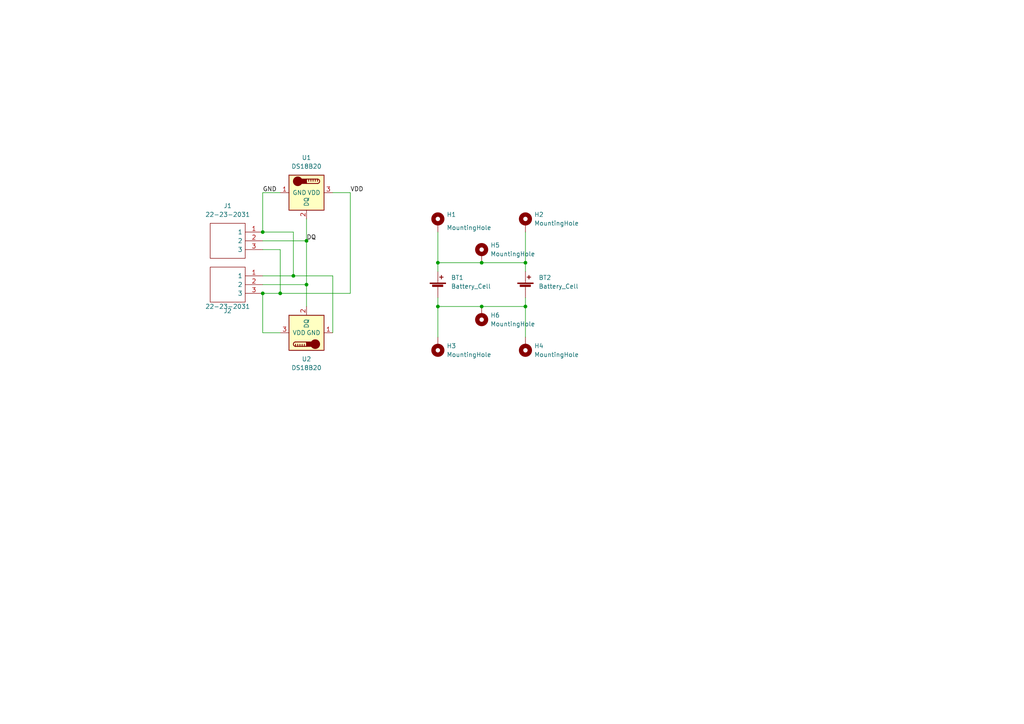
<source format=kicad_sch>
(kicad_sch (version 20211123) (generator eeschema)

  (uuid 2a8c2781-af12-45fd-8405-866f9a364829)

  (paper "A4")

  (lib_symbols
    (symbol "Device:Battery_Cell" (pin_numbers hide) (pin_names (offset 0) hide) (in_bom yes) (on_board yes)
      (property "Reference" "BT" (id 0) (at 2.54 2.54 0)
        (effects (font (size 1.27 1.27)) (justify left))
      )
      (property "Value" "Battery_Cell" (id 1) (at 2.54 0 0)
        (effects (font (size 1.27 1.27)) (justify left))
      )
      (property "Footprint" "" (id 2) (at 0 1.524 90)
        (effects (font (size 1.27 1.27)) hide)
      )
      (property "Datasheet" "~" (id 3) (at 0 1.524 90)
        (effects (font (size 1.27 1.27)) hide)
      )
      (property "ki_keywords" "battery cell" (id 4) (at 0 0 0)
        (effects (font (size 1.27 1.27)) hide)
      )
      (property "ki_description" "Single-cell battery" (id 5) (at 0 0 0)
        (effects (font (size 1.27 1.27)) hide)
      )
      (symbol "Battery_Cell_0_1"
        (rectangle (start -2.286 1.778) (end 2.286 1.524)
          (stroke (width 0) (type default) (color 0 0 0 0))
          (fill (type outline))
        )
        (rectangle (start -1.5748 1.1938) (end 1.4732 0.6858)
          (stroke (width 0) (type default) (color 0 0 0 0))
          (fill (type outline))
        )
        (polyline
          (pts
            (xy 0 0.762)
            (xy 0 0)
          )
          (stroke (width 0) (type default) (color 0 0 0 0))
          (fill (type none))
        )
        (polyline
          (pts
            (xy 0 1.778)
            (xy 0 2.54)
          )
          (stroke (width 0) (type default) (color 0 0 0 0))
          (fill (type none))
        )
        (polyline
          (pts
            (xy 0.508 3.429)
            (xy 1.524 3.429)
          )
          (stroke (width 0.254) (type default) (color 0 0 0 0))
          (fill (type none))
        )
        (polyline
          (pts
            (xy 1.016 3.937)
            (xy 1.016 2.921)
          )
          (stroke (width 0.254) (type default) (color 0 0 0 0))
          (fill (type none))
        )
      )
      (symbol "Battery_Cell_1_1"
        (pin passive line (at 0 5.08 270) (length 2.54)
          (name "+" (effects (font (size 1.27 1.27))))
          (number "1" (effects (font (size 1.27 1.27))))
        )
        (pin passive line (at 0 -2.54 90) (length 2.54)
          (name "-" (effects (font (size 1.27 1.27))))
          (number "2" (effects (font (size 1.27 1.27))))
        )
      )
    )
    (symbol "Mechanical:MountingHole_Pad" (pin_numbers hide) (pin_names (offset 1.016) hide) (in_bom yes) (on_board yes)
      (property "Reference" "H" (id 0) (at 0 6.35 0)
        (effects (font (size 1.27 1.27)))
      )
      (property "Value" "MountingHole_Pad" (id 1) (at 0 4.445 0)
        (effects (font (size 1.27 1.27)))
      )
      (property "Footprint" "" (id 2) (at 0 0 0)
        (effects (font (size 1.27 1.27)) hide)
      )
      (property "Datasheet" "~" (id 3) (at 0 0 0)
        (effects (font (size 1.27 1.27)) hide)
      )
      (property "ki_keywords" "mounting hole" (id 4) (at 0 0 0)
        (effects (font (size 1.27 1.27)) hide)
      )
      (property "ki_description" "Mounting Hole with connection" (id 5) (at 0 0 0)
        (effects (font (size 1.27 1.27)) hide)
      )
      (property "ki_fp_filters" "MountingHole*Pad*" (id 6) (at 0 0 0)
        (effects (font (size 1.27 1.27)) hide)
      )
      (symbol "MountingHole_Pad_0_1"
        (circle (center 0 1.27) (radius 1.27)
          (stroke (width 1.27) (type default) (color 0 0 0 0))
          (fill (type none))
        )
      )
      (symbol "MountingHole_Pad_1_1"
        (pin input line (at 0 -2.54 90) (length 2.54)
          (name "1" (effects (font (size 1.27 1.27))))
          (number "1" (effects (font (size 1.27 1.27))))
        )
      )
    )
    (symbol "SamacSys_Parts:22-23-2031" (pin_names (offset 0.762)) (in_bom yes) (on_board yes)
      (property "Reference" "J" (id 0) (at 16.51 7.62 0)
        (effects (font (size 1.27 1.27)) (justify left))
      )
      (property "Value" "22-23-2031" (id 1) (at 16.51 5.08 0)
        (effects (font (size 1.27 1.27)) (justify left))
      )
      (property "Footprint" "SHDR3W82P0X254_1X3_747X635X818P" (id 2) (at 16.51 2.54 0)
        (effects (font (size 1.27 1.27)) (justify left) hide)
      )
      (property "Datasheet" "http://www.molex.com/webdocs/datasheets/pdf/en-us//0022232031_PCB_HEADERS.pdf" (id 3) (at 16.51 0 0)
        (effects (font (size 1.27 1.27)) (justify left) hide)
      )
      (property "Description" "2.54mm,header,KK,vert,Sn,frictn lock,3w Molex KK 254 Series, Series Number 6373, 2.54mm Pitch 3 Way 1 Row Straight PCB Header, Through Hole, Solder Termination" (id 4) (at 16.51 -2.54 0)
        (effects (font (size 1.27 1.27)) (justify left) hide)
      )
      (property "Height" "8.18" (id 5) (at 16.51 -5.08 0)
        (effects (font (size 1.27 1.27)) (justify left) hide)
      )
      (property "Manufacturer_Name" "Molex" (id 6) (at 16.51 -7.62 0)
        (effects (font (size 1.27 1.27)) (justify left) hide)
      )
      (property "Manufacturer_Part_Number" "22-23-2031" (id 7) (at 16.51 -10.16 0)
        (effects (font (size 1.27 1.27)) (justify left) hide)
      )
      (property "Mouser Part Number" "538-22-23-2031" (id 8) (at 16.51 -12.7 0)
        (effects (font (size 1.27 1.27)) (justify left) hide)
      )
      (property "Mouser Price/Stock" "https://www.mouser.co.uk/ProductDetail/Molex/22-23-2031?qs=ILqg114nvd41XyIAFDpXfw%3D%3D" (id 9) (at 16.51 -15.24 0)
        (effects (font (size 1.27 1.27)) (justify left) hide)
      )
      (property "Arrow Part Number" "" (id 10) (at 16.51 -17.78 0)
        (effects (font (size 1.27 1.27)) (justify left) hide)
      )
      (property "Arrow Price/Stock" "" (id 11) (at 16.51 -20.32 0)
        (effects (font (size 1.27 1.27)) (justify left) hide)
      )
      (property "Mouser Testing Part Number" "" (id 12) (at 16.51 -22.86 0)
        (effects (font (size 1.27 1.27)) (justify left) hide)
      )
      (property "Mouser Testing Price/Stock" "" (id 13) (at 16.51 -25.4 0)
        (effects (font (size 1.27 1.27)) (justify left) hide)
      )
      (property "ki_description" "2.54mm,header,KK,vert,Sn,frictn lock,3w Molex KK 254 Series, Series Number 6373, 2.54mm Pitch 3 Way 1 Row Straight PCB Header, Through Hole, Solder Termination" (id 14) (at 0 0 0)
        (effects (font (size 1.27 1.27)) hide)
      )
      (symbol "22-23-2031_0_0"
        (pin passive line (at 0 0 0) (length 5.08)
          (name "1" (effects (font (size 1.27 1.27))))
          (number "1" (effects (font (size 1.27 1.27))))
        )
        (pin passive line (at 0 -2.54 0) (length 5.08)
          (name "2" (effects (font (size 1.27 1.27))))
          (number "2" (effects (font (size 1.27 1.27))))
        )
        (pin passive line (at 0 -5.08 0) (length 5.08)
          (name "3" (effects (font (size 1.27 1.27))))
          (number "3" (effects (font (size 1.27 1.27))))
        )
      )
      (symbol "22-23-2031_0_1"
        (polyline
          (pts
            (xy 5.08 2.54)
            (xy 15.24 2.54)
            (xy 15.24 -7.62)
            (xy 5.08 -7.62)
            (xy 5.08 2.54)
          )
          (stroke (width 0.1524) (type default) (color 0 0 0 0))
          (fill (type none))
        )
      )
    )
    (symbol "Sensor_Temperature:DS18B20" (pin_names (offset 1.016)) (in_bom yes) (on_board yes)
      (property "Reference" "U" (id 0) (at -3.81 6.35 0)
        (effects (font (size 1.27 1.27)))
      )
      (property "Value" "DS18B20" (id 1) (at 6.35 6.35 0)
        (effects (font (size 1.27 1.27)))
      )
      (property "Footprint" "Package_TO_SOT_THT:TO-92_Inline" (id 2) (at -25.4 -6.35 0)
        (effects (font (size 1.27 1.27)) hide)
      )
      (property "Datasheet" "http://datasheets.maximintegrated.com/en/ds/DS18B20.pdf" (id 3) (at -3.81 6.35 0)
        (effects (font (size 1.27 1.27)) hide)
      )
      (property "ki_keywords" "OneWire 1Wire Dallas Maxim" (id 4) (at 0 0 0)
        (effects (font (size 1.27 1.27)) hide)
      )
      (property "ki_description" "Programmable Resolution 1-Wire Digital Thermometer TO-92" (id 5) (at 0 0 0)
        (effects (font (size 1.27 1.27)) hide)
      )
      (property "ki_fp_filters" "TO*92*" (id 6) (at 0 0 0)
        (effects (font (size 1.27 1.27)) hide)
      )
      (symbol "DS18B20_0_1"
        (rectangle (start -5.08 5.08) (end 5.08 -5.08)
          (stroke (width 0.254) (type default) (color 0 0 0 0))
          (fill (type background))
        )
        (circle (center -3.302 -2.54) (radius 1.27)
          (stroke (width 0.254) (type default) (color 0 0 0 0))
          (fill (type outline))
        )
        (rectangle (start -2.667 -1.905) (end -3.937 0)
          (stroke (width 0.254) (type default) (color 0 0 0 0))
          (fill (type outline))
        )
        (arc (start -2.667 3.175) (mid -3.302 3.81) (end -3.937 3.175)
          (stroke (width 0.254) (type default) (color 0 0 0 0))
          (fill (type none))
        )
        (polyline
          (pts
            (xy -3.937 0.635)
            (xy -3.302 0.635)
          )
          (stroke (width 0.254) (type default) (color 0 0 0 0))
          (fill (type none))
        )
        (polyline
          (pts
            (xy -3.937 1.27)
            (xy -3.302 1.27)
          )
          (stroke (width 0.254) (type default) (color 0 0 0 0))
          (fill (type none))
        )
        (polyline
          (pts
            (xy -3.937 1.905)
            (xy -3.302 1.905)
          )
          (stroke (width 0.254) (type default) (color 0 0 0 0))
          (fill (type none))
        )
        (polyline
          (pts
            (xy -3.937 2.54)
            (xy -3.302 2.54)
          )
          (stroke (width 0.254) (type default) (color 0 0 0 0))
          (fill (type none))
        )
        (polyline
          (pts
            (xy -3.937 3.175)
            (xy -3.937 0)
          )
          (stroke (width 0.254) (type default) (color 0 0 0 0))
          (fill (type none))
        )
        (polyline
          (pts
            (xy -3.937 3.175)
            (xy -3.302 3.175)
          )
          (stroke (width 0.254) (type default) (color 0 0 0 0))
          (fill (type none))
        )
        (polyline
          (pts
            (xy -2.667 3.175)
            (xy -2.667 0)
          )
          (stroke (width 0.254) (type default) (color 0 0 0 0))
          (fill (type none))
        )
      )
      (symbol "DS18B20_1_1"
        (pin power_in line (at 0 -7.62 90) (length 2.54)
          (name "GND" (effects (font (size 1.27 1.27))))
          (number "1" (effects (font (size 1.27 1.27))))
        )
        (pin bidirectional line (at 7.62 0 180) (length 2.54)
          (name "DQ" (effects (font (size 1.27 1.27))))
          (number "2" (effects (font (size 1.27 1.27))))
        )
        (pin power_in line (at 0 7.62 270) (length 2.54)
          (name "VDD" (effects (font (size 1.27 1.27))))
          (number "3" (effects (font (size 1.27 1.27))))
        )
      )
    )
  )

  (junction (at 88.9 82.55) (diameter 0) (color 0 0 0 0)
    (uuid 05a6303d-a9dc-4314-8ec6-4be5c4157606)
  )
  (junction (at 76.2 67.31) (diameter 0) (color 0 0 0 0)
    (uuid 12356a9c-f2ed-4b3e-bcdc-0c787da3da93)
  )
  (junction (at 81.28 85.09) (diameter 0) (color 0 0 0 0)
    (uuid 79fc17e4-da0d-46e6-a224-e838547207bb)
  )
  (junction (at 152.4 76.2) (diameter 0) (color 0 0 0 0)
    (uuid 856c4d6f-f991-400d-9aaa-085553f2a09b)
  )
  (junction (at 76.2 85.09) (diameter 0) (color 0 0 0 0)
    (uuid ac6b9fd0-b1ca-4010-ad53-ac1cbe9c16c7)
  )
  (junction (at 85.09 80.01) (diameter 0) (color 0 0 0 0)
    (uuid b18571b1-a720-4b1b-b5f1-4941e4c84a17)
  )
  (junction (at 139.7 88.9) (diameter 0) (color 0 0 0 0)
    (uuid c2721fc8-0356-45da-bf51-7e32c675eb40)
  )
  (junction (at 88.9 69.85) (diameter 0) (color 0 0 0 0)
    (uuid cad18b14-2ec5-45f5-9e60-74a0f0822785)
  )
  (junction (at 152.4 88.9) (diameter 0) (color 0 0 0 0)
    (uuid dc9c8b81-ab8f-41af-85cf-ac0c1fd06ef9)
  )
  (junction (at 127 88.9) (diameter 0) (color 0 0 0 0)
    (uuid e45ed4a1-a071-4a3c-9b0e-2931c32d84e8)
  )
  (junction (at 139.7 76.2) (diameter 0) (color 0 0 0 0)
    (uuid ef927c1c-5335-46e7-bfbd-8943fb1ae77d)
  )
  (junction (at 127 76.2) (diameter 0) (color 0 0 0 0)
    (uuid fef5b772-e006-4495-abee-51cfda411142)
  )

  (wire (pts (xy 81.28 96.52) (xy 76.2 96.52))
    (stroke (width 0) (type default) (color 0 0 0 0))
    (uuid 026e35d3-b423-4256-8204-a187124d4c04)
  )
  (wire (pts (xy 88.9 69.85) (xy 88.9 82.55))
    (stroke (width 0) (type default) (color 0 0 0 0))
    (uuid 0c475710-16e4-4431-8bc9-8afb72410528)
  )
  (wire (pts (xy 85.09 80.01) (xy 85.09 67.31))
    (stroke (width 0) (type default) (color 0 0 0 0))
    (uuid 18550656-c123-4236-816b-acfa7b262076)
  )
  (wire (pts (xy 127 76.2) (xy 139.7 76.2))
    (stroke (width 0) (type default) (color 0 0 0 0))
    (uuid 33aeeb0a-6956-4c51-a631-40311d17de1e)
  )
  (wire (pts (xy 81.28 55.88) (xy 76.2 55.88))
    (stroke (width 0) (type default) (color 0 0 0 0))
    (uuid 39b53597-8d7a-41a9-9ea2-c48c2d7975dd)
  )
  (wire (pts (xy 76.2 69.85) (xy 88.9 69.85))
    (stroke (width 0) (type default) (color 0 0 0 0))
    (uuid 39ce940f-ef5d-4d28-ad9f-1710bf56cd5c)
  )
  (wire (pts (xy 139.7 76.2) (xy 152.4 76.2))
    (stroke (width 0) (type default) (color 0 0 0 0))
    (uuid 3cf56ede-3cd1-47b5-875d-36a1720b775a)
  )
  (wire (pts (xy 85.09 80.01) (xy 96.52 80.01))
    (stroke (width 0) (type default) (color 0 0 0 0))
    (uuid 4743af6a-7cb8-407c-b52a-2f9b2ca37dcb)
  )
  (wire (pts (xy 85.09 67.31) (xy 76.2 67.31))
    (stroke (width 0) (type default) (color 0 0 0 0))
    (uuid 54394132-577b-4d3a-92f7-1d71d31eb48b)
  )
  (wire (pts (xy 76.2 96.52) (xy 76.2 85.09))
    (stroke (width 0) (type default) (color 0 0 0 0))
    (uuid 56bf761d-80f1-4864-9485-64005d16e144)
  )
  (wire (pts (xy 81.28 85.09) (xy 76.2 85.09))
    (stroke (width 0) (type default) (color 0 0 0 0))
    (uuid 5b0d7eda-5a89-4954-b115-c1b82513f602)
  )
  (wire (pts (xy 101.6 85.09) (xy 81.28 85.09))
    (stroke (width 0) (type default) (color 0 0 0 0))
    (uuid 63cd8cf2-ac1e-4eb3-85bb-a93ba72f5ae0)
  )
  (wire (pts (xy 152.4 67.31) (xy 152.4 76.2))
    (stroke (width 0) (type default) (color 0 0 0 0))
    (uuid 67536742-12b0-4b40-afab-bc6a267c1537)
  )
  (wire (pts (xy 101.6 55.88) (xy 101.6 85.09))
    (stroke (width 0) (type default) (color 0 0 0 0))
    (uuid 686fc0aa-b044-43d0-bbff-189efd6d00f8)
  )
  (wire (pts (xy 96.52 55.88) (xy 101.6 55.88))
    (stroke (width 0) (type default) (color 0 0 0 0))
    (uuid 6b9d32e8-0f90-41e5-85cb-6c7f19b33e72)
  )
  (wire (pts (xy 139.7 88.9) (xy 127 88.9))
    (stroke (width 0) (type default) (color 0 0 0 0))
    (uuid 74cc2e3a-2fb9-485a-9d04-97ea5f921513)
  )
  (wire (pts (xy 96.52 80.01) (xy 96.52 96.52))
    (stroke (width 0) (type default) (color 0 0 0 0))
    (uuid 7983754b-85db-43f9-b6a7-c5af0d1954f8)
  )
  (wire (pts (xy 127 88.9) (xy 127 97.79))
    (stroke (width 0) (type default) (color 0 0 0 0))
    (uuid 84711323-23c5-4e55-a877-fb3ca640cfe0)
  )
  (wire (pts (xy 127 86.36) (xy 127 88.9))
    (stroke (width 0) (type default) (color 0 0 0 0))
    (uuid 93b2cd2f-1168-4dd9-96fc-5f69f059c38e)
  )
  (wire (pts (xy 76.2 55.88) (xy 76.2 67.31))
    (stroke (width 0) (type default) (color 0 0 0 0))
    (uuid a171adb1-011f-4fc7-835b-683a57421748)
  )
  (wire (pts (xy 152.4 76.2) (xy 152.4 78.74))
    (stroke (width 0) (type default) (color 0 0 0 0))
    (uuid ad7982d3-c673-4382-92a7-c477dcb8644b)
  )
  (wire (pts (xy 88.9 63.5) (xy 88.9 69.85))
    (stroke (width 0) (type default) (color 0 0 0 0))
    (uuid bab9ed59-cc78-47f6-a623-b6dd095ee5f7)
  )
  (wire (pts (xy 127 78.74) (xy 127 76.2))
    (stroke (width 0) (type default) (color 0 0 0 0))
    (uuid c3ba7e26-16a3-4e5e-9b9b-284a5268b1d8)
  )
  (wire (pts (xy 127 67.31) (xy 127 76.2))
    (stroke (width 0) (type default) (color 0 0 0 0))
    (uuid cb7e7b5d-d5fd-4831-9ec5-cc6ae852a0d7)
  )
  (wire (pts (xy 88.9 82.55) (xy 88.9 88.9))
    (stroke (width 0) (type default) (color 0 0 0 0))
    (uuid cc9d3d81-3221-4e65-a899-0d3b5d95700d)
  )
  (wire (pts (xy 76.2 72.39) (xy 81.28 72.39))
    (stroke (width 0) (type default) (color 0 0 0 0))
    (uuid ccdfe078-030e-495b-bc45-5d0225b1b6f7)
  )
  (wire (pts (xy 152.4 88.9) (xy 139.7 88.9))
    (stroke (width 0) (type default) (color 0 0 0 0))
    (uuid d044566f-5a50-40c5-ada7-e5b9a6d8f83f)
  )
  (wire (pts (xy 76.2 80.01) (xy 85.09 80.01))
    (stroke (width 0) (type default) (color 0 0 0 0))
    (uuid d359b500-244e-48aa-a1be-212ef3bfe6ef)
  )
  (wire (pts (xy 152.4 86.36) (xy 152.4 88.9))
    (stroke (width 0) (type default) (color 0 0 0 0))
    (uuid e84f76e6-1fa3-44d1-853c-516cf4e6e344)
  )
  (wire (pts (xy 81.28 72.39) (xy 81.28 85.09))
    (stroke (width 0) (type default) (color 0 0 0 0))
    (uuid fca983a5-1d86-431d-ab81-d9470946e39f)
  )
  (wire (pts (xy 76.2 82.55) (xy 88.9 82.55))
    (stroke (width 0) (type default) (color 0 0 0 0))
    (uuid fcba713d-a355-470b-9494-97771178f244)
  )
  (wire (pts (xy 152.4 88.9) (xy 152.4 97.79))
    (stroke (width 0) (type default) (color 0 0 0 0))
    (uuid fe54f9d1-9000-4c5a-8a86-866858e4949a)
  )

  (label "VDD" (at 101.6 55.88 0)
    (effects (font (size 1.27 1.27)) (justify left bottom))
    (uuid 74065948-2ce9-4058-85ed-a99ba004b091)
  )
  (label "DQ" (at 88.9 69.85 0)
    (effects (font (size 1.27 1.27)) (justify left bottom))
    (uuid c544a04d-3b13-4276-889a-8d76cccffe39)
  )
  (label "GND" (at 76.2 55.88 0)
    (effects (font (size 1.27 1.27)) (justify left bottom))
    (uuid e5674895-f979-45a5-b3ed-1df9f11e7e5c)
  )

  (symbol (lib_id "Device:Battery_Cell") (at 152.4 83.82 0) (unit 1)
    (in_bom yes) (on_board yes) (fields_autoplaced)
    (uuid 235837be-612a-42de-a6b3-b98ab38361c5)
    (property "Reference" "BT2" (id 0) (at 156.21 80.5179 0)
      (effects (font (size 1.27 1.27)) (justify left))
    )
    (property "Value" "Battery_Cell" (id 1) (at 156.21 83.0579 0)
      (effects (font (size 1.27 1.27)) (justify left))
    )
    (property "Footprint" "ElSpaghsionne:ElBatterinoMounterino" (id 2) (at 152.4 82.296 90)
      (effects (font (size 1.27 1.27)) hide)
    )
    (property "Datasheet" "~" (id 3) (at 152.4 82.296 90)
      (effects (font (size 1.27 1.27)) hide)
    )
    (pin "1" (uuid f59a226f-1ff5-4a20-9f90-9d1384ba4488))
    (pin "2" (uuid 4999f5b7-3ab8-4db6-bf60-7e9afdeae57e))
  )

  (symbol (lib_id "Sensor_Temperature:DS18B20") (at 88.9 96.52 90) (unit 1)
    (in_bom yes) (on_board yes) (fields_autoplaced)
    (uuid 63088391-f556-442c-9606-977f47f04d3d)
    (property "Reference" "U2" (id 0) (at 88.9 104.14 90))
    (property "Value" "DS18B20" (id 1) (at 88.9 106.68 90))
    (property "Footprint" "Package_TO_SOT_THT:TO-92_Inline" (id 2) (at 95.25 121.92 0)
      (effects (font (size 1.27 1.27)) hide)
    )
    (property "Datasheet" "http://datasheets.maximintegrated.com/en/ds/DS18B20.pdf" (id 3) (at 82.55 100.33 0)
      (effects (font (size 1.27 1.27)) hide)
    )
    (pin "1" (uuid f6f81036-0834-448e-b720-8cfac99c0222))
    (pin "2" (uuid 471a2901-470b-4c46-af60-fc79fdb112a0))
    (pin "3" (uuid ae1ee282-788e-4dc2-8a0c-cbb4f3aa836b))
  )

  (symbol (lib_id "Mechanical:MountingHole_Pad") (at 139.7 73.66 0) (unit 1)
    (in_bom yes) (on_board yes) (fields_autoplaced)
    (uuid 660a787f-c9dc-4786-88ba-9a8c39510a80)
    (property "Reference" "H5" (id 0) (at 142.24 71.1199 0)
      (effects (font (size 1.27 1.27)) (justify left))
    )
    (property "Value" "MountingHole" (id 1) (at 142.24 73.6599 0)
      (effects (font (size 1.27 1.27)) (justify left))
    )
    (property "Footprint" "ElSpaghsionne:Long Long Pad" (id 2) (at 139.7 73.66 0)
      (effects (font (size 1.27 1.27)) hide)
    )
    (property "Datasheet" "~" (id 3) (at 139.7 73.66 0)
      (effects (font (size 1.27 1.27)) hide)
    )
    (pin "1" (uuid eba329b4-1809-4a71-8a11-6f78647ffb0f))
  )

  (symbol (lib_id "Sensor_Temperature:DS18B20") (at 88.9 55.88 270) (unit 1)
    (in_bom yes) (on_board yes) (fields_autoplaced)
    (uuid 683c6278-71ad-42cd-a7ba-c28339f8f7c9)
    (property "Reference" "U1" (id 0) (at 88.9 45.72 90))
    (property "Value" "DS18B20" (id 1) (at 88.9 48.26 90))
    (property "Footprint" "Package_TO_SOT_THT:TO-92_Inline" (id 2) (at 82.55 30.48 0)
      (effects (font (size 1.27 1.27)) hide)
    )
    (property "Datasheet" "http://datasheets.maximintegrated.com/en/ds/DS18B20.pdf" (id 3) (at 95.25 52.07 0)
      (effects (font (size 1.27 1.27)) hide)
    )
    (pin "1" (uuid 60b1aaef-e62e-455c-a25a-060912913278))
    (pin "2" (uuid 939ab4ca-16a0-4928-8ef2-baf8d554eb62))
    (pin "3" (uuid db04b9f7-8392-4be8-b139-c65ee653627f))
  )

  (symbol (lib_id "SamacSys_Parts:22-23-2031") (at 76.2 67.31 0) (mirror y) (unit 1)
    (in_bom yes) (on_board yes) (fields_autoplaced)
    (uuid 6f63884f-d60e-4bff-9ab1-80141f67373e)
    (property "Reference" "J1" (id 0) (at 66.04 59.69 0))
    (property "Value" "22-23-2031" (id 1) (at 66.04 62.23 0))
    (property "Footprint" "SamacSys_Parts:SHDR3W82P0X254_1X3_747X635X818P" (id 2) (at 59.69 64.77 0)
      (effects (font (size 1.27 1.27)) (justify left) hide)
    )
    (property "Datasheet" "http://www.molex.com/webdocs/datasheets/pdf/en-us//0022232031_PCB_HEADERS.pdf" (id 3) (at 59.69 67.31 0)
      (effects (font (size 1.27 1.27)) (justify left) hide)
    )
    (property "Description" "2.54mm,header,KK,vert,Sn,frictn lock,3w Molex KK 254 Series, Series Number 6373, 2.54mm Pitch 3 Way 1 Row Straight PCB Header, Through Hole, Solder Termination" (id 4) (at 59.69 69.85 0)
      (effects (font (size 1.27 1.27)) (justify left) hide)
    )
    (property "Height" "8.18" (id 5) (at 59.69 72.39 0)
      (effects (font (size 1.27 1.27)) (justify left) hide)
    )
    (property "Manufacturer_Name" "Molex" (id 6) (at 59.69 74.93 0)
      (effects (font (size 1.27 1.27)) (justify left) hide)
    )
    (property "Manufacturer_Part_Number" "22-23-2031" (id 7) (at 59.69 77.47 0)
      (effects (font (size 1.27 1.27)) (justify left) hide)
    )
    (property "Mouser Part Number" "538-22-23-2031" (id 8) (at 59.69 80.01 0)
      (effects (font (size 1.27 1.27)) (justify left) hide)
    )
    (property "Mouser Price/Stock" "https://www.mouser.co.uk/ProductDetail/Molex/22-23-2031?qs=ILqg114nvd41XyIAFDpXfw%3D%3D" (id 9) (at 59.69 82.55 0)
      (effects (font (size 1.27 1.27)) (justify left) hide)
    )
    (property "Arrow Part Number" "" (id 10) (at 59.69 85.09 0)
      (effects (font (size 1.27 1.27)) (justify left) hide)
    )
    (property "Arrow Price/Stock" "" (id 11) (at 59.69 87.63 0)
      (effects (font (size 1.27 1.27)) (justify left) hide)
    )
    (property "Mouser Testing Part Number" "" (id 12) (at 59.69 90.17 0)
      (effects (font (size 1.27 1.27)) (justify left) hide)
    )
    (property "Mouser Testing Price/Stock" "" (id 13) (at 59.69 92.71 0)
      (effects (font (size 1.27 1.27)) (justify left) hide)
    )
    (pin "1" (uuid 01913c45-d15a-40b0-94d2-440c2bfd506d))
    (pin "2" (uuid 00849b17-3697-456e-9880-b8e97b2ddf62))
    (pin "3" (uuid dc79fe73-f500-4204-8509-040c00507c0e))
  )

  (symbol (lib_id "Mechanical:MountingHole_Pad") (at 139.7 91.44 180) (unit 1)
    (in_bom yes) (on_board yes) (fields_autoplaced)
    (uuid 7fa622fe-ec4d-4a6f-ada4-249f60ab62ea)
    (property "Reference" "H6" (id 0) (at 142.24 91.4399 0)
      (effects (font (size 1.27 1.27)) (justify right))
    )
    (property "Value" "MountingHole" (id 1) (at 142.24 93.9799 0)
      (effects (font (size 1.27 1.27)) (justify right))
    )
    (property "Footprint" "ElSpaghsionne:Long Long Pad" (id 2) (at 139.7 91.44 0)
      (effects (font (size 1.27 1.27)) hide)
    )
    (property "Datasheet" "~" (id 3) (at 139.7 91.44 0)
      (effects (font (size 1.27 1.27)) hide)
    )
    (pin "1" (uuid 8524e34b-2580-4059-8718-1bdbdd3d5f81))
  )

  (symbol (lib_id "SamacSys_Parts:22-23-2031") (at 76.2 80.01 0) (mirror y) (unit 1)
    (in_bom yes) (on_board yes)
    (uuid 8388100b-526c-4237-bc53-9f5e5bd8e386)
    (property "Reference" "J2" (id 0) (at 66.04 90.17 0))
    (property "Value" "22-23-2031" (id 1) (at 66.04 88.9 0))
    (property "Footprint" "SamacSys_Parts:SHDR3W82P0X254_1X3_747X635X818P" (id 2) (at 59.69 77.47 0)
      (effects (font (size 1.27 1.27)) (justify left) hide)
    )
    (property "Datasheet" "http://www.molex.com/webdocs/datasheets/pdf/en-us//0022232031_PCB_HEADERS.pdf" (id 3) (at 59.69 80.01 0)
      (effects (font (size 1.27 1.27)) (justify left) hide)
    )
    (property "Description" "2.54mm,header,KK,vert,Sn,frictn lock,3w Molex KK 254 Series, Series Number 6373, 2.54mm Pitch 3 Way 1 Row Straight PCB Header, Through Hole, Solder Termination" (id 4) (at 59.69 82.55 0)
      (effects (font (size 1.27 1.27)) (justify left) hide)
    )
    (property "Height" "8.18" (id 5) (at 59.69 85.09 0)
      (effects (font (size 1.27 1.27)) (justify left) hide)
    )
    (property "Manufacturer_Name" "Molex" (id 6) (at 59.69 87.63 0)
      (effects (font (size 1.27 1.27)) (justify left) hide)
    )
    (property "Manufacturer_Part_Number" "22-23-2031" (id 7) (at 59.69 90.17 0)
      (effects (font (size 1.27 1.27)) (justify left) hide)
    )
    (property "Mouser Part Number" "538-22-23-2031" (id 8) (at 59.69 92.71 0)
      (effects (font (size 1.27 1.27)) (justify left) hide)
    )
    (property "Mouser Price/Stock" "https://www.mouser.co.uk/ProductDetail/Molex/22-23-2031?qs=ILqg114nvd41XyIAFDpXfw%3D%3D" (id 9) (at 59.69 95.25 0)
      (effects (font (size 1.27 1.27)) (justify left) hide)
    )
    (property "Arrow Part Number" "" (id 10) (at 59.69 97.79 0)
      (effects (font (size 1.27 1.27)) (justify left) hide)
    )
    (property "Arrow Price/Stock" "" (id 11) (at 59.69 100.33 0)
      (effects (font (size 1.27 1.27)) (justify left) hide)
    )
    (property "Mouser Testing Part Number" "" (id 12) (at 59.69 102.87 0)
      (effects (font (size 1.27 1.27)) (justify left) hide)
    )
    (property "Mouser Testing Price/Stock" "" (id 13) (at 59.69 105.41 0)
      (effects (font (size 1.27 1.27)) (justify left) hide)
    )
    (pin "1" (uuid f56dc4cc-9a16-462d-a479-e6e408ca1144))
    (pin "2" (uuid 84ca6d59-5dcf-473d-97dd-b259545e35f6))
    (pin "3" (uuid 90e43a61-f383-4506-8465-ad8f6b4464f2))
  )

  (symbol (lib_id "Mechanical:MountingHole_Pad") (at 152.4 64.77 0) (unit 1)
    (in_bom yes) (on_board yes) (fields_autoplaced)
    (uuid 86a3841b-95c4-4eb0-a242-d6e461fe4ce5)
    (property "Reference" "H2" (id 0) (at 154.94 62.2299 0)
      (effects (font (size 1.27 1.27)) (justify left))
    )
    (property "Value" "MountingHole" (id 1) (at 154.94 64.7699 0)
      (effects (font (size 1.27 1.27)) (justify left))
    )
    (property "Footprint" "MountingHole:MountingHole_3.2mm_M3_Pad_TopOnly" (id 2) (at 152.4 64.77 0)
      (effects (font (size 1.27 1.27)) hide)
    )
    (property "Datasheet" "~" (id 3) (at 152.4 64.77 0)
      (effects (font (size 1.27 1.27)) hide)
    )
    (pin "1" (uuid da7a13d1-7458-4ac5-8be3-15b9e05b92a9))
  )

  (symbol (lib_id "Mechanical:MountingHole_Pad") (at 127 64.77 0) (unit 1)
    (in_bom yes) (on_board yes)
    (uuid 93e08d28-0e09-4236-88c7-3cdfaaeee193)
    (property "Reference" "H1" (id 0) (at 129.54 62.2299 0)
      (effects (font (size 1.27 1.27)) (justify left))
    )
    (property "Value" "MountingHole" (id 1) (at 129.54 66.0399 0)
      (effects (font (size 1.27 1.27)) (justify left))
    )
    (property "Footprint" "MountingHole:MountingHole_3.2mm_M3_Pad_TopOnly" (id 2) (at 127 64.77 0)
      (effects (font (size 1.27 1.27)) hide)
    )
    (property "Datasheet" "~" (id 3) (at 127 64.77 0)
      (effects (font (size 1.27 1.27)) hide)
    )
    (pin "1" (uuid 4850d104-441d-49db-a965-df5cb582e940))
  )

  (symbol (lib_id "Mechanical:MountingHole_Pad") (at 127 100.33 180) (unit 1)
    (in_bom yes) (on_board yes) (fields_autoplaced)
    (uuid a1ada7f2-9946-42ad-8df6-1ad9785e41f2)
    (property "Reference" "H3" (id 0) (at 129.54 100.3299 0)
      (effects (font (size 1.27 1.27)) (justify right))
    )
    (property "Value" "MountingHole" (id 1) (at 129.54 102.8699 0)
      (effects (font (size 1.27 1.27)) (justify right))
    )
    (property "Footprint" "MountingHole:MountingHole_3.2mm_M3_Pad_TopOnly" (id 2) (at 127 100.33 0)
      (effects (font (size 1.27 1.27)) hide)
    )
    (property "Datasheet" "~" (id 3) (at 127 100.33 0)
      (effects (font (size 1.27 1.27)) hide)
    )
    (pin "1" (uuid 57288b29-a45f-4073-b6ba-e37f070b442a))
  )

  (symbol (lib_id "Device:Battery_Cell") (at 127 83.82 0) (unit 1)
    (in_bom yes) (on_board yes) (fields_autoplaced)
    (uuid a686ebcc-042e-44cf-88e0-4ba5ea006f84)
    (property "Reference" "BT1" (id 0) (at 130.81 80.5179 0)
      (effects (font (size 1.27 1.27)) (justify left))
    )
    (property "Value" "Battery_Cell" (id 1) (at 130.81 83.0579 0)
      (effects (font (size 1.27 1.27)) (justify left))
    )
    (property "Footprint" "ElSpaghsionne:ElBatterinoMounterino" (id 2) (at 127 82.296 90)
      (effects (font (size 1.27 1.27)) hide)
    )
    (property "Datasheet" "~" (id 3) (at 127 82.296 90)
      (effects (font (size 1.27 1.27)) hide)
    )
    (pin "1" (uuid 0c8c2c28-f164-4b46-a3d2-8de2e52689cf))
    (pin "2" (uuid c75de37b-400e-4747-8d24-c657e3729f3f))
  )

  (symbol (lib_id "Mechanical:MountingHole_Pad") (at 152.4 100.33 180) (unit 1)
    (in_bom yes) (on_board yes) (fields_autoplaced)
    (uuid d4711af4-bb2b-42b4-89d3-c61a1703b9c3)
    (property "Reference" "H4" (id 0) (at 154.94 100.3299 0)
      (effects (font (size 1.27 1.27)) (justify right))
    )
    (property "Value" "MountingHole" (id 1) (at 154.94 102.8699 0)
      (effects (font (size 1.27 1.27)) (justify right))
    )
    (property "Footprint" "MountingHole:MountingHole_3.2mm_M3_Pad_TopOnly" (id 2) (at 152.4 100.33 0)
      (effects (font (size 1.27 1.27)) hide)
    )
    (property "Datasheet" "~" (id 3) (at 152.4 100.33 0)
      (effects (font (size 1.27 1.27)) hide)
    )
    (pin "1" (uuid a501fbce-9f71-4477-af13-6cf3c9e182d1))
  )

  (sheet_instances
    (path "/" (page "1"))
  )

  (symbol_instances
    (path "/a686ebcc-042e-44cf-88e0-4ba5ea006f84"
      (reference "BT1") (unit 1) (value "Battery_Cell") (footprint "ElSpaghsionne:ElBatterinoMounterino")
    )
    (path "/235837be-612a-42de-a6b3-b98ab38361c5"
      (reference "BT2") (unit 1) (value "Battery_Cell") (footprint "ElSpaghsionne:ElBatterinoMounterino")
    )
    (path "/93e08d28-0e09-4236-88c7-3cdfaaeee193"
      (reference "H1") (unit 1) (value "MountingHole") (footprint "MountingHole:MountingHole_3.2mm_M3_Pad_TopOnly")
    )
    (path "/86a3841b-95c4-4eb0-a242-d6e461fe4ce5"
      (reference "H2") (unit 1) (value "MountingHole") (footprint "MountingHole:MountingHole_3.2mm_M3_Pad_TopOnly")
    )
    (path "/a1ada7f2-9946-42ad-8df6-1ad9785e41f2"
      (reference "H3") (unit 1) (value "MountingHole") (footprint "MountingHole:MountingHole_3.2mm_M3_Pad_TopOnly")
    )
    (path "/d4711af4-bb2b-42b4-89d3-c61a1703b9c3"
      (reference "H4") (unit 1) (value "MountingHole") (footprint "MountingHole:MountingHole_3.2mm_M3_Pad_TopOnly")
    )
    (path "/660a787f-c9dc-4786-88ba-9a8c39510a80"
      (reference "H5") (unit 1) (value "MountingHole") (footprint "ElSpaghsionne:Long Long Pad")
    )
    (path "/7fa622fe-ec4d-4a6f-ada4-249f60ab62ea"
      (reference "H6") (unit 1) (value "MountingHole") (footprint "ElSpaghsionne:Long Long Pad")
    )
    (path "/6f63884f-d60e-4bff-9ab1-80141f67373e"
      (reference "J1") (unit 1) (value "22-23-2031") (footprint "SamacSys_Parts:SHDR3W82P0X254_1X3_747X635X818P")
    )
    (path "/8388100b-526c-4237-bc53-9f5e5bd8e386"
      (reference "J2") (unit 1) (value "22-23-2031") (footprint "SamacSys_Parts:SHDR3W82P0X254_1X3_747X635X818P")
    )
    (path "/683c6278-71ad-42cd-a7ba-c28339f8f7c9"
      (reference "U1") (unit 1) (value "DS18B20") (footprint "Package_TO_SOT_THT:TO-92_Inline")
    )
    (path "/63088391-f556-442c-9606-977f47f04d3d"
      (reference "U2") (unit 1) (value "DS18B20") (footprint "Package_TO_SOT_THT:TO-92_Inline")
    )
  )
)

</source>
